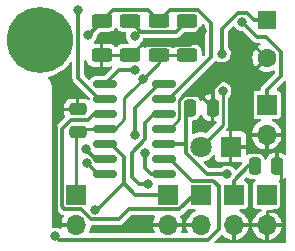
<source format=gbl>
%TF.GenerationSoftware,KiCad,Pcbnew,6.0.6-1.fc35*%
%TF.CreationDate,2022-07-18T21:23:53+02:00*%
%TF.ProjectId,lm324_4ch_therm,6c6d3332-345f-4346-9368-5f746865726d,rev?*%
%TF.SameCoordinates,Original*%
%TF.FileFunction,Copper,L2,Bot*%
%TF.FilePolarity,Positive*%
%FSLAX46Y46*%
G04 Gerber Fmt 4.6, Leading zero omitted, Abs format (unit mm)*
G04 Created by KiCad (PCBNEW 6.0.6-1.fc35) date 2022-07-18 21:23:53*
%MOMM*%
%LPD*%
G01*
G04 APERTURE LIST*
G04 Aperture macros list*
%AMRoundRect*
0 Rectangle with rounded corners*
0 $1 Rounding radius*
0 $2 $3 $4 $5 $6 $7 $8 $9 X,Y pos of 4 corners*
0 Add a 4 corners polygon primitive as box body*
4,1,4,$2,$3,$4,$5,$6,$7,$8,$9,$2,$3,0*
0 Add four circle primitives for the rounded corners*
1,1,$1+$1,$2,$3*
1,1,$1+$1,$4,$5*
1,1,$1+$1,$6,$7*
1,1,$1+$1,$8,$9*
0 Add four rect primitives between the rounded corners*
20,1,$1+$1,$2,$3,$4,$5,0*
20,1,$1+$1,$4,$5,$6,$7,0*
20,1,$1+$1,$6,$7,$8,$9,0*
20,1,$1+$1,$8,$9,$2,$3,0*%
G04 Aperture macros list end*
%TA.AperFunction,ComponentPad*%
%ADD10R,1.700000X1.700000*%
%TD*%
%TA.AperFunction,ComponentPad*%
%ADD11O,1.700000X1.700000*%
%TD*%
%TA.AperFunction,ComponentPad*%
%ADD12R,1.800000X1.800000*%
%TD*%
%TA.AperFunction,ComponentPad*%
%ADD13C,1.800000*%
%TD*%
%TA.AperFunction,ComponentPad*%
%ADD14R,1.600000X1.600000*%
%TD*%
%TA.AperFunction,ComponentPad*%
%ADD15C,1.600000*%
%TD*%
%TA.AperFunction,ComponentPad*%
%ADD16C,5.600000*%
%TD*%
%TA.AperFunction,SMDPad,CuDef*%
%ADD17RoundRect,0.250000X0.475000X-0.250000X0.475000X0.250000X-0.475000X0.250000X-0.475000X-0.250000X0*%
%TD*%
%TA.AperFunction,SMDPad,CuDef*%
%ADD18RoundRect,0.250000X0.250000X0.475000X-0.250000X0.475000X-0.250000X-0.475000X0.250000X-0.475000X0*%
%TD*%
%TA.AperFunction,SMDPad,CuDef*%
%ADD19RoundRect,0.250000X-0.625000X0.312500X-0.625000X-0.312500X0.625000X-0.312500X0.625000X0.312500X0*%
%TD*%
%TA.AperFunction,SMDPad,CuDef*%
%ADD20RoundRect,0.150000X-0.825000X-0.150000X0.825000X-0.150000X0.825000X0.150000X-0.825000X0.150000X0*%
%TD*%
%TA.AperFunction,SMDPad,CuDef*%
%ADD21RoundRect,0.250000X0.625000X-0.312500X0.625000X0.312500X-0.625000X0.312500X-0.625000X-0.312500X0*%
%TD*%
%TA.AperFunction,ViaPad*%
%ADD22C,0.800000*%
%TD*%
%TA.AperFunction,Conductor*%
%ADD23C,0.320000*%
%TD*%
%TA.AperFunction,Conductor*%
%ADD24C,0.250000*%
%TD*%
G04 APERTURE END LIST*
D10*
%TO.P,J1,1,Pin_1*%
%TO.N,Net-(J1-Pad1)*%
X134899000Y-61234000D03*
D11*
%TO.P,J1,2,Pin_2*%
%TO.N,GND*%
X134899000Y-63774000D03*
%TD*%
D12*
%TO.P,D4,1,K*%
%TO.N,GND*%
X131826000Y-57150000D03*
D13*
%TO.P,D4,2,A*%
%TO.N,Net-(D4-Pad2)*%
X129286000Y-57150000D03*
%TD*%
D10*
%TO.P,J2,1,Pin_1*%
%TO.N,+5V*%
X118745000Y-61214000D03*
D11*
%TO.P,J2,2,Pin_2*%
%TO.N,GND*%
X118745000Y-63754000D03*
%TD*%
D14*
%TO.P,BZ1,1,-*%
%TO.N,Net-(Q2-Pad3)*%
X134874000Y-46406000D03*
D15*
%TO.P,BZ1,2,+*%
%TO.N,GND*%
X134874000Y-49606000D03*
%TD*%
D16*
%TO.P,REF2,1*%
%TO.N,N/C*%
X115697000Y-48133000D03*
%TD*%
D10*
%TO.P,J5,1,Pin_1*%
%TO.N,Net-(U1-Pad5)*%
X129311000Y-61234000D03*
D11*
%TO.P,J5,2,Pin_2*%
%TO.N,GND*%
X129311000Y-63774000D03*
%TD*%
D10*
%TO.P,J4,1,Pin_1*%
%TO.N,Net-(U1-Pad3)*%
X126492000Y-61214000D03*
D11*
%TO.P,J4,2,Pin_2*%
%TO.N,GND*%
X126492000Y-63754000D03*
%TD*%
D10*
%TO.P,J3,1,Pin_1*%
%TO.N,Net-(U1-Pad10)*%
X132105000Y-61234000D03*
D11*
%TO.P,J3,2,Pin_2*%
%TO.N,GND*%
X132105000Y-63774000D03*
%TD*%
D10*
%TO.P,J6,1,Pin_1*%
%TO.N,Net-(J6-Pad1)*%
X134874000Y-53594000D03*
D11*
%TO.P,J6,2,Pin_2*%
%TO.N,GND*%
X134874000Y-56134000D03*
%TD*%
D17*
%TO.P,C1,1*%
%TO.N,+5V*%
X118872000Y-55880000D03*
%TO.P,C1,2*%
%TO.N,GND*%
X118872000Y-53980000D03*
%TD*%
D18*
%TO.P,C2,1*%
%TO.N,GND*%
X130302000Y-53848000D03*
%TO.P,C2,2*%
%TO.N,Net-(J1-Pad1)*%
X128402000Y-53848000D03*
%TD*%
D19*
%TO.P,R8,1*%
%TO.N,/ref1*%
X120904000Y-46482000D03*
%TO.P,R8,2*%
%TO.N,GND*%
X120904000Y-49407000D03*
%TD*%
D20*
%TO.P,U1,1*%
%TO.N,Net-(U1-Pad1)*%
X121223000Y-59436000D03*
%TO.P,U1,2,-*%
%TO.N,Net-(U1-Pad2)*%
X121223000Y-58166000D03*
%TO.P,U1,3,+*%
%TO.N,Net-(U1-Pad3)*%
X121223000Y-56896000D03*
%TO.P,U1,4,V+*%
%TO.N,+5V*%
X121223000Y-55626000D03*
%TO.P,U1,5,+*%
%TO.N,Net-(U1-Pad5)*%
X121223000Y-54356000D03*
%TO.P,U1,6,-*%
%TO.N,Net-(U1-Pad6)*%
X121223000Y-53086000D03*
%TO.P,U1,7*%
%TO.N,Net-(U1-Pad7)*%
X121223000Y-51816000D03*
%TO.P,U1,8*%
%TO.N,Net-(U1-Pad8)*%
X126173000Y-51816000D03*
%TO.P,U1,9,-*%
%TO.N,/ref1*%
X126173000Y-53086000D03*
%TO.P,U1,10,+*%
%TO.N,Net-(U1-Pad10)*%
X126173000Y-54356000D03*
%TO.P,U1,11,V-*%
%TO.N,GND*%
X126173000Y-55626000D03*
%TO.P,U1,12,+*%
%TO.N,Net-(J1-Pad1)*%
X126173000Y-56896000D03*
%TO.P,U1,13,-*%
%TO.N,/ref1*%
X126173000Y-58166000D03*
%TO.P,U1,14*%
%TO.N,Net-(U1-Pad14)*%
X126173000Y-59436000D03*
%TD*%
D18*
%TO.P,C3,1*%
%TO.N,GND*%
X135758000Y-58801000D03*
%TO.P,C3,2*%
%TO.N,Net-(U1-Pad10)*%
X133858000Y-58801000D03*
%TD*%
D21*
%TO.P,R1,1*%
%TO.N,+5V*%
X125730000Y-49403000D03*
%TO.P,R1,2*%
%TO.N,/ref1*%
X125730000Y-46478000D03*
%TD*%
%TO.P,R2,1*%
%TO.N,+5V*%
X128143000Y-49407000D03*
%TO.P,R2,2*%
%TO.N,/ref2*%
X128143000Y-46482000D03*
%TD*%
D19*
%TO.P,R3,1*%
%TO.N,/ref2*%
X123317000Y-46482000D03*
%TO.P,R3,2*%
%TO.N,GND*%
X123317000Y-49407000D03*
%TD*%
D22*
%TO.N,Net-(Q2-Pad3)*%
X131081000Y-49259000D03*
%TO.N,GND*%
X129397500Y-47381400D03*
%TO.N,+5V*%
X124425900Y-51421300D03*
%TO.N,Net-(J1-Pad1)*%
X131559500Y-59489400D03*
%TO.N,Net-(U1-Pad10)*%
X124829200Y-60293800D03*
%TO.N,Net-(U1-Pad3)*%
X120306600Y-62500600D03*
%TO.N,Net-(U1-Pad1)*%
X119634600Y-58514600D03*
%TO.N,Net-(U1-Pad7)*%
X123739300Y-50669300D03*
%TO.N,Net-(D4-Pad2)*%
X131140200Y-52425600D03*
%TO.N,Net-(U1-Pad8)*%
X123729000Y-56134000D03*
%TO.N,Net-(U1-Pad14)*%
X124587000Y-57658000D03*
%TO.N,Net-(J6-Pad1)*%
X132824300Y-46585900D03*
%TO.N,/ref1*%
X116996700Y-64736900D03*
X119737600Y-47722700D03*
%TO.N,Net-(U1-Pad2)*%
X119569100Y-57362900D03*
%TO.N,/ref2*%
X123713400Y-47752000D03*
%TO.N,Net-(U1-Pad6)*%
X118944600Y-45610500D03*
%TD*%
D23*
%TO.N,Net-(Q2-Pad3)*%
X133788500Y-46406000D02*
X133191200Y-45808700D01*
X134874000Y-46406000D02*
X133788500Y-46406000D01*
X133191200Y-45808700D02*
X132467400Y-45808700D01*
X131081000Y-47195100D02*
X131081000Y-49259000D01*
X132467400Y-45808700D02*
X131081000Y-47195100D01*
D24*
%TO.N,GND*%
X129196600Y-52742600D02*
X130302000Y-53848000D01*
X127474000Y-54821800D02*
X127474000Y-53186500D01*
X123317000Y-49407000D02*
X120904000Y-49407000D01*
X123317000Y-49407000D02*
X124210000Y-48514000D01*
X127917900Y-52742600D02*
X129196600Y-52742600D01*
X130302000Y-52171600D02*
X132867600Y-49606000D01*
X134874000Y-56134000D02*
X134874000Y-57309300D01*
X134899000Y-62598700D02*
X135707000Y-62598700D01*
X133659100Y-50820900D02*
X134874000Y-49606000D01*
X134899000Y-63774000D02*
X134899000Y-62598700D01*
X133659100Y-54919100D02*
X133659100Y-50820900D01*
X135758000Y-58801000D02*
X135758000Y-58193300D01*
X135707000Y-62598700D02*
X136074400Y-62231300D01*
X130302000Y-53848000D02*
X130302000Y-52171600D01*
X117021800Y-63206100D02*
X117021800Y-55386800D01*
X126669800Y-55626000D02*
X127474000Y-54821800D01*
X128264900Y-48514000D02*
X129397500Y-47381400D01*
X118745000Y-63754000D02*
X117569700Y-63754000D01*
X136074400Y-62231300D02*
X136074400Y-59117400D01*
X127474000Y-53186500D02*
X127917900Y-52742600D01*
X124210000Y-48514000D02*
X128264900Y-48514000D01*
X117569700Y-63754000D02*
X117021800Y-63206100D01*
%TO.N,+5V*%
X122837300Y-52987300D02*
X123466700Y-52357900D01*
X124370700Y-51453900D02*
X124393300Y-51453900D01*
X124076900Y-51747700D02*
X124099500Y-51747700D01*
X123737900Y-52109300D02*
X123737900Y-52086700D01*
X123511900Y-52335300D02*
X123511900Y-52312700D01*
X123715300Y-52131900D02*
X123715300Y-52109300D01*
X123557100Y-52290100D02*
X123557100Y-52267500D01*
X123896100Y-51928500D02*
X123918700Y-51928500D01*
X123760500Y-52086700D02*
X123760500Y-52064100D01*
X123534500Y-52290100D02*
X123557100Y-52290100D01*
X123624900Y-52222300D02*
X123624900Y-52199700D01*
X124167300Y-51679900D02*
X124167300Y-51657300D01*
X123986500Y-51860700D02*
X123986500Y-51838100D01*
X124212500Y-51612100D02*
X124235100Y-51612100D01*
X124257700Y-51589500D02*
X124257700Y-51566900D01*
X123602300Y-52222300D02*
X123624900Y-52222300D01*
X123692700Y-52131900D02*
X123715300Y-52131900D01*
X125730000Y-50094600D02*
X125730000Y-49403000D01*
X124144700Y-51702500D02*
X124144700Y-51679900D01*
X123941300Y-51905900D02*
X123941300Y-51883300D01*
X124257700Y-51566900D02*
X124280300Y-51566900D01*
X124009100Y-51815500D02*
X124031700Y-51815500D01*
X123850900Y-51996300D02*
X123850900Y-51973700D01*
X123850900Y-51973700D02*
X123873500Y-51973700D01*
X123760500Y-52064100D02*
X123783100Y-52064100D01*
X124031700Y-51815500D02*
X124031700Y-51792900D01*
X124099500Y-51725100D02*
X124122100Y-51725100D01*
X123534500Y-52312700D02*
X123534500Y-52290100D01*
X124302900Y-51521700D02*
X124325500Y-51521700D01*
X123963900Y-51883300D02*
X123963900Y-51860700D01*
X124280300Y-51566900D02*
X124280300Y-51544300D01*
X124144700Y-51679900D02*
X124167300Y-51679900D01*
X123602300Y-52244900D02*
X123602300Y-52222300D01*
X123941300Y-51883300D02*
X123963900Y-51883300D01*
X124235100Y-51612100D02*
X124235100Y-51589500D01*
X124189900Y-51657300D02*
X124189900Y-51634700D01*
X123918700Y-51905900D02*
X123941300Y-51905900D01*
X123986500Y-51838100D02*
X124009100Y-51838100D01*
X124235100Y-51589500D02*
X124257700Y-51589500D01*
X123692700Y-52154500D02*
X123692700Y-52131900D01*
X123828300Y-51996300D02*
X123850900Y-51996300D01*
X124325500Y-51521700D02*
X124325500Y-51499100D01*
X124348100Y-51499100D02*
X124348100Y-51476500D01*
X123670100Y-52177100D02*
X123670100Y-52154500D01*
X123579700Y-52244900D02*
X123602300Y-52244900D01*
X124031700Y-51792900D02*
X124054300Y-51792900D01*
X118745000Y-61214000D02*
X118745000Y-56007000D01*
X123624900Y-52199700D02*
X123647500Y-52199700D01*
X123715300Y-52109300D02*
X123737900Y-52109300D01*
X124122100Y-51725100D02*
X124122100Y-51702500D01*
X123896100Y-51951100D02*
X123896100Y-51928500D01*
X123828300Y-52018900D02*
X123828300Y-51996300D01*
X122837300Y-54835700D02*
X122837300Y-52987300D01*
X123783100Y-52041500D02*
X123805700Y-52041500D01*
X124054300Y-51792900D02*
X124054300Y-51770300D01*
X124099500Y-51747700D02*
X124099500Y-51725100D01*
X123489300Y-52335300D02*
X123511900Y-52335300D01*
X124393300Y-51431300D02*
X125730000Y-50094600D01*
X123557100Y-52267500D02*
X123579700Y-52267500D01*
X122047000Y-55626000D02*
X122837300Y-54835700D01*
X124076900Y-51770300D02*
X124076900Y-51747700D01*
X123963900Y-51860700D02*
X123986500Y-51860700D01*
X123783100Y-52064100D02*
X123783100Y-52041500D01*
X123579700Y-52267500D02*
X123579700Y-52244900D01*
X123511900Y-52312700D02*
X123534500Y-52312700D01*
X119126000Y-55626000D02*
X121223000Y-55626000D01*
X123647500Y-52199700D02*
X123647500Y-52177100D01*
X123466700Y-52357900D02*
X123489300Y-52357900D01*
X124122100Y-51702500D02*
X124144700Y-51702500D01*
X123647500Y-52177100D02*
X123670100Y-52177100D01*
X124189900Y-51634700D02*
X124212500Y-51634700D01*
X124167300Y-51657300D02*
X124189900Y-51657300D01*
X124393300Y-51453900D02*
X124425900Y-51421300D01*
X123489300Y-52357900D02*
X123489300Y-52335300D01*
X123805700Y-52018900D02*
X123828300Y-52018900D01*
X124302900Y-51544300D02*
X124302900Y-51521700D01*
X124054300Y-51770300D02*
X124076900Y-51770300D01*
X124009100Y-51838100D02*
X124009100Y-51815500D01*
X123670100Y-52154500D02*
X123692700Y-52154500D01*
X123737900Y-52086700D02*
X123760500Y-52086700D01*
X121223000Y-55626000D02*
X122047000Y-55626000D01*
X124348100Y-51476500D02*
X124370700Y-51476500D01*
X128143000Y-49407000D02*
X125734000Y-49407000D01*
X123918700Y-51928500D02*
X123918700Y-51905900D01*
X123873500Y-51951100D02*
X123896100Y-51951100D01*
X124325500Y-51499100D02*
X124348100Y-51499100D01*
X124370700Y-51476500D02*
X124370700Y-51453900D01*
X123805700Y-52041500D02*
X123805700Y-52018900D01*
X123873500Y-51973700D02*
X123873500Y-51951100D01*
X124280300Y-51544300D02*
X124302900Y-51544300D01*
X124393300Y-51453900D02*
X124393300Y-51431300D01*
X124212500Y-51634700D02*
X124212500Y-51612100D01*
D23*
%TO.N,Net-(J1-Pad1)*%
X126173000Y-56896000D02*
X128025700Y-56896000D01*
X128402000Y-53848000D02*
X128025700Y-54224300D01*
X128025700Y-57677900D02*
X129837100Y-59489300D01*
X129837100Y-59489300D02*
X131559500Y-59489300D01*
X131559500Y-59489300D02*
X131559500Y-59489400D01*
X128025700Y-56896000D02*
X128025700Y-57677900D01*
X128025700Y-54224300D02*
X128025700Y-56896000D01*
%TO.N,Net-(U1-Pad10)*%
X123444000Y-57658000D02*
X123444000Y-59690000D01*
X124587000Y-56515000D02*
X123444000Y-57658000D01*
X125349000Y-54356000D02*
X124587000Y-55118000D01*
X133327700Y-58801000D02*
X133858000Y-58801000D01*
X124587000Y-55118000D02*
X124587000Y-56515000D01*
X132105000Y-60023700D02*
X133327700Y-58801000D01*
X124047800Y-60293800D02*
X124829200Y-60293800D01*
X126173000Y-54356000D02*
X125349000Y-54356000D01*
X123444000Y-59690000D02*
X124047800Y-60293800D01*
X132105000Y-60758900D02*
X132105000Y-60023700D01*
%TO.N,Net-(U1-Pad3)*%
X120493000Y-62500600D02*
X120306600Y-62500600D01*
X123767800Y-61214000D02*
X122773700Y-60219900D01*
X126492000Y-61214000D02*
X123767800Y-61214000D01*
X122773700Y-60219900D02*
X120493000Y-62500600D01*
X121668500Y-56896000D02*
X122773700Y-58001200D01*
X122773700Y-58001200D02*
X122773700Y-60219900D01*
%TO.N,Net-(U1-Pad5)*%
X117515300Y-62204300D02*
X117515300Y-55629700D01*
X118270200Y-54874800D02*
X119750200Y-54874800D01*
X120013200Y-63296400D02*
X119141200Y-62424400D01*
X123190000Y-62444300D02*
X122337900Y-63296400D01*
X127495600Y-62444300D02*
X123190000Y-62444300D01*
X119141200Y-62424400D02*
X117735400Y-62424400D01*
X122337900Y-63296400D02*
X120013200Y-63296400D01*
X119750200Y-54874800D02*
X120269000Y-54356000D01*
X117515300Y-55629700D02*
X118270200Y-54874800D01*
X128705900Y-61234000D02*
X127495600Y-62444300D01*
X129311000Y-61234000D02*
X128705900Y-61234000D01*
X120269000Y-54356000D02*
X121223000Y-54356000D01*
X117735400Y-62424400D02*
X117515300Y-62204300D01*
%TO.N,Net-(U1-Pad1)*%
X120556000Y-59436000D02*
X119634600Y-58514600D01*
%TO.N,Net-(U1-Pad7)*%
X122369700Y-50669300D02*
X123739300Y-50669300D01*
X121223000Y-51816000D02*
X122369700Y-50669300D01*
D24*
%TO.N,Net-(D4-Pad2)*%
X131140200Y-52425600D02*
X131140200Y-55295800D01*
X131140200Y-55295800D02*
X129286000Y-57150000D01*
D23*
%TO.N,Net-(U1-Pad8)*%
X125742600Y-51816000D02*
X123729000Y-53829600D01*
X123729000Y-53829600D02*
X123729000Y-56134000D01*
%TO.N,Net-(U1-Pad14)*%
X126173000Y-59436000D02*
X125095000Y-59436000D01*
X124587000Y-58928000D02*
X124587000Y-57658000D01*
X125095000Y-59436000D02*
X124587000Y-58928000D01*
%TO.N,Net-(J6-Pad1)*%
X134816600Y-47847700D02*
X134086100Y-47847700D01*
X134874000Y-53594000D02*
X134874000Y-52383700D01*
X134874000Y-52383700D02*
X136070200Y-51187500D01*
X136070200Y-49101300D02*
X134816600Y-47847700D01*
X134086100Y-47847700D02*
X132824300Y-46585900D01*
X136070200Y-51187500D02*
X136070200Y-49101300D01*
%TO.N,/ref1*%
X129890900Y-65002000D02*
X117261800Y-65002000D01*
X130810000Y-64082900D02*
X129890900Y-65002000D01*
X117261800Y-65002000D02*
X116996700Y-64736900D01*
X120904000Y-46556300D02*
X119737600Y-47722700D01*
X130810000Y-60452000D02*
X130810000Y-64082900D01*
X121842100Y-45543900D02*
X120904000Y-46482000D01*
X124795900Y-45543900D02*
X121842100Y-45543900D01*
X130158600Y-49528900D02*
X126601500Y-53086000D01*
X128519500Y-60009700D02*
X130367700Y-60009700D01*
X129065200Y-45543900D02*
X130158600Y-46637300D01*
X125730000Y-46478000D02*
X126664100Y-45543900D01*
X125730000Y-46478000D02*
X124795900Y-45543900D01*
X130158600Y-46637300D02*
X130158600Y-49528900D01*
X130367700Y-60009700D02*
X130810000Y-60452000D01*
X126664100Y-45543900D02*
X129065200Y-45543900D01*
X126675800Y-58166000D02*
X128519500Y-60009700D01*
%TO.N,Net-(U1-Pad2)*%
X121223000Y-58166000D02*
X120372200Y-58166000D01*
X120372200Y-58166000D02*
X119569100Y-57362900D01*
%TO.N,/ref2*%
X127221300Y-47403700D02*
X124238700Y-47403700D01*
X124238700Y-47403700D02*
X124150200Y-47315200D01*
X124150200Y-47315200D02*
X123317000Y-46482000D01*
X124150200Y-47315200D02*
X123713400Y-47752000D01*
X128143000Y-46482000D02*
X127221300Y-47403700D01*
%TO.N,Net-(U1-Pad6)*%
X120698400Y-53086000D02*
X118944600Y-51332200D01*
X118944600Y-51332200D02*
X118944600Y-45610500D01*
%TD*%
%TA.AperFunction,Conductor*%
%TO.N,GND*%
G36*
X133214409Y-59732990D02*
G01*
X133229729Y-59742657D01*
X133305159Y-59800536D01*
X133451238Y-59861044D01*
X133568639Y-59876500D01*
X133575117Y-59876500D01*
X133861048Y-59876499D01*
X133919236Y-59895406D01*
X133955200Y-59944906D01*
X133955201Y-60006091D01*
X133919237Y-60055591D01*
X133904678Y-60064366D01*
X133842145Y-60095068D01*
X133759707Y-60177650D01*
X133708464Y-60282482D01*
X133707355Y-60290084D01*
X133707354Y-60290087D01*
X133699024Y-60347192D01*
X133698500Y-60350782D01*
X133698500Y-62117218D01*
X133699028Y-62120801D01*
X133699028Y-62120808D01*
X133707435Y-62177913D01*
X133708642Y-62186112D01*
X133760068Y-62290855D01*
X133842650Y-62373293D01*
X133947482Y-62424536D01*
X133955084Y-62425645D01*
X133955087Y-62425646D01*
X134012237Y-62433983D01*
X134012239Y-62433983D01*
X134015782Y-62434500D01*
X134367256Y-62434500D01*
X134425447Y-62453407D01*
X134461411Y-62502907D01*
X134461411Y-62564093D01*
X134425447Y-62613593D01*
X134409095Y-62623224D01*
X134275538Y-62685503D01*
X134268068Y-62689815D01*
X134095987Y-62810308D01*
X134089392Y-62815841D01*
X133940841Y-62964392D01*
X133935308Y-62970987D01*
X133814815Y-63143068D01*
X133810503Y-63150538D01*
X133721725Y-63340922D01*
X133718779Y-63349015D01*
X133664405Y-63551944D01*
X133662912Y-63560412D01*
X133658715Y-63608379D01*
X133661715Y-63621377D01*
X133663943Y-63623313D01*
X133667318Y-63624000D01*
X136124972Y-63624000D01*
X136137657Y-63619878D01*
X136139393Y-63617489D01*
X136139783Y-63614068D01*
X136135088Y-63560412D01*
X136133595Y-63551944D01*
X136079221Y-63349015D01*
X136076275Y-63340922D01*
X135987497Y-63150538D01*
X135983185Y-63143068D01*
X135862692Y-62970987D01*
X135857159Y-62964392D01*
X135708608Y-62815841D01*
X135702013Y-62810308D01*
X135529933Y-62689815D01*
X135522463Y-62685503D01*
X135388906Y-62623224D01*
X135344158Y-62581496D01*
X135332483Y-62521435D01*
X135358341Y-62465982D01*
X135411855Y-62436319D01*
X135430745Y-62434500D01*
X135782218Y-62434500D01*
X135785801Y-62433972D01*
X135785808Y-62433972D01*
X135843499Y-62425479D01*
X135843501Y-62425478D01*
X135851112Y-62424358D01*
X135955855Y-62372932D01*
X136038293Y-62290350D01*
X136089536Y-62185518D01*
X136090645Y-62177916D01*
X136090646Y-62177913D01*
X136098983Y-62120763D01*
X136098983Y-62120761D01*
X136099500Y-62117218D01*
X136099500Y-60350782D01*
X136096028Y-60327192D01*
X136090479Y-60289501D01*
X136090478Y-60289499D01*
X136089358Y-60281888D01*
X136037932Y-60177145D01*
X135955708Y-60095064D01*
X135927883Y-60040572D01*
X135937402Y-59980132D01*
X135980629Y-59936830D01*
X136025651Y-59926000D01*
X136071692Y-59926000D01*
X136075584Y-59925847D01*
X136105449Y-59923497D01*
X136115349Y-59921689D01*
X136262216Y-59879020D01*
X136273561Y-59874110D01*
X136406105Y-59795724D01*
X136465817Y-59782376D01*
X136521970Y-59806676D01*
X136553116Y-59859341D01*
X136555500Y-59880937D01*
X136555500Y-65209500D01*
X136536593Y-65267691D01*
X136487093Y-65303655D01*
X136456500Y-65308500D01*
X130545364Y-65308500D01*
X130487173Y-65289593D01*
X130451209Y-65240093D01*
X130451209Y-65178907D01*
X130475360Y-65139496D01*
X131019041Y-64595816D01*
X131073558Y-64568039D01*
X131133990Y-64577610D01*
X131159049Y-64595816D01*
X131295392Y-64732159D01*
X131301987Y-64737692D01*
X131474067Y-64858185D01*
X131481537Y-64862497D01*
X131671922Y-64951275D01*
X131680015Y-64954221D01*
X131882944Y-65008595D01*
X131891412Y-65010088D01*
X131939379Y-65014285D01*
X131952377Y-65011285D01*
X131954313Y-65009057D01*
X131955000Y-65005682D01*
X131955000Y-64999972D01*
X132255000Y-64999972D01*
X132259122Y-65012657D01*
X132261511Y-65014393D01*
X132264932Y-65014783D01*
X132318588Y-65010088D01*
X132327056Y-65008595D01*
X132529985Y-64954221D01*
X132538078Y-64951275D01*
X132728463Y-64862497D01*
X132735933Y-64858185D01*
X132908013Y-64737692D01*
X132914608Y-64732159D01*
X133063159Y-64583608D01*
X133068692Y-64577013D01*
X133189185Y-64404932D01*
X133193497Y-64397462D01*
X133282275Y-64207078D01*
X133285221Y-64198985D01*
X133339595Y-63996056D01*
X133341088Y-63987588D01*
X133345285Y-63939621D01*
X133343972Y-63933932D01*
X133658217Y-63933932D01*
X133662912Y-63987588D01*
X133664405Y-63996056D01*
X133718779Y-64198985D01*
X133721725Y-64207078D01*
X133810503Y-64397462D01*
X133814815Y-64404932D01*
X133935308Y-64577013D01*
X133940841Y-64583608D01*
X134089392Y-64732159D01*
X134095987Y-64737692D01*
X134268067Y-64858185D01*
X134275537Y-64862497D01*
X134465922Y-64951275D01*
X134474015Y-64954221D01*
X134676944Y-65008595D01*
X134685412Y-65010088D01*
X134733379Y-65014285D01*
X134746377Y-65011285D01*
X134748313Y-65009057D01*
X134749000Y-65005682D01*
X134749000Y-64999972D01*
X135049000Y-64999972D01*
X135053122Y-65012657D01*
X135055511Y-65014393D01*
X135058932Y-65014783D01*
X135112588Y-65010088D01*
X135121056Y-65008595D01*
X135323985Y-64954221D01*
X135332078Y-64951275D01*
X135522463Y-64862497D01*
X135529933Y-64858185D01*
X135702013Y-64737692D01*
X135708608Y-64732159D01*
X135857159Y-64583608D01*
X135862692Y-64577013D01*
X135983185Y-64404932D01*
X135987497Y-64397462D01*
X136076275Y-64207078D01*
X136079221Y-64198985D01*
X136133595Y-63996056D01*
X136135088Y-63987588D01*
X136139285Y-63939621D01*
X136136285Y-63926623D01*
X136134057Y-63924687D01*
X136130682Y-63924000D01*
X135064680Y-63924000D01*
X135051995Y-63928122D01*
X135049000Y-63932243D01*
X135049000Y-64999972D01*
X134749000Y-64999972D01*
X134749000Y-63939680D01*
X134744878Y-63926995D01*
X134740757Y-63924000D01*
X133673028Y-63924000D01*
X133660343Y-63928122D01*
X133658607Y-63930511D01*
X133658217Y-63933932D01*
X133343972Y-63933932D01*
X133342285Y-63926623D01*
X133340057Y-63924687D01*
X133336682Y-63924000D01*
X132270680Y-63924000D01*
X132257995Y-63928122D01*
X132255000Y-63932243D01*
X132255000Y-64999972D01*
X131955000Y-64999972D01*
X131955000Y-63723000D01*
X131973907Y-63664809D01*
X132023407Y-63628845D01*
X132054000Y-63624000D01*
X133330972Y-63624000D01*
X133343657Y-63619878D01*
X133345393Y-63617489D01*
X133345783Y-63614068D01*
X133341088Y-63560412D01*
X133339595Y-63551944D01*
X133285221Y-63349015D01*
X133282275Y-63340922D01*
X133193497Y-63150538D01*
X133189185Y-63143068D01*
X133068692Y-62970987D01*
X133063159Y-62964392D01*
X132914608Y-62815841D01*
X132908013Y-62810308D01*
X132735933Y-62689815D01*
X132728463Y-62685503D01*
X132594906Y-62623224D01*
X132550158Y-62581496D01*
X132538483Y-62521435D01*
X132564341Y-62465982D01*
X132617855Y-62436319D01*
X132636745Y-62434500D01*
X132988218Y-62434500D01*
X132991801Y-62433972D01*
X132991808Y-62433972D01*
X133049499Y-62425479D01*
X133049501Y-62425478D01*
X133057112Y-62424358D01*
X133161855Y-62372932D01*
X133244293Y-62290350D01*
X133295536Y-62185518D01*
X133296645Y-62177916D01*
X133296646Y-62177913D01*
X133304983Y-62120763D01*
X133304983Y-62120761D01*
X133305500Y-62117218D01*
X133305500Y-60350782D01*
X133302028Y-60327192D01*
X133296479Y-60289501D01*
X133296478Y-60289499D01*
X133295358Y-60281888D01*
X133243932Y-60177145D01*
X133161350Y-60094707D01*
X133056518Y-60043464D01*
X133034137Y-60040199D01*
X132979285Y-60013090D01*
X132950843Y-59958917D01*
X132959676Y-59898372D01*
X132978424Y-59872232D01*
X133099460Y-59751196D01*
X133153977Y-59723419D01*
X133214409Y-59732990D01*
G37*
%TD.AperFunction*%
%TA.AperFunction,Conductor*%
G36*
X128340928Y-62415467D02*
G01*
X128349678Y-62419744D01*
X128359482Y-62424536D01*
X128396051Y-62429871D01*
X128424237Y-62433983D01*
X128424239Y-62433983D01*
X128427782Y-62434500D01*
X128779256Y-62434500D01*
X128837447Y-62453407D01*
X128873411Y-62502907D01*
X128873411Y-62564093D01*
X128837447Y-62613593D01*
X128821095Y-62623224D01*
X128687538Y-62685503D01*
X128680068Y-62689815D01*
X128507987Y-62810308D01*
X128501392Y-62815841D01*
X128352841Y-62964392D01*
X128347308Y-62970987D01*
X128226815Y-63143068D01*
X128222503Y-63150538D01*
X128133725Y-63340922D01*
X128130779Y-63349015D01*
X128076405Y-63551944D01*
X128074912Y-63560412D01*
X128070715Y-63608379D01*
X128073715Y-63621377D01*
X128075943Y-63623313D01*
X128079318Y-63624000D01*
X129362000Y-63624000D01*
X129420191Y-63642907D01*
X129456155Y-63692407D01*
X129461000Y-63723000D01*
X129461000Y-63825000D01*
X129442093Y-63883191D01*
X129392593Y-63919155D01*
X129362000Y-63924000D01*
X128085028Y-63924000D01*
X128072343Y-63928122D01*
X128070607Y-63930511D01*
X128070217Y-63933932D01*
X128074912Y-63987588D01*
X128076405Y-63996056D01*
X128130779Y-64198985D01*
X128133725Y-64207078D01*
X128200679Y-64350661D01*
X128208136Y-64411390D01*
X128178473Y-64464904D01*
X128123020Y-64490762D01*
X128110955Y-64491500D01*
X127682719Y-64491500D01*
X127624528Y-64472593D01*
X127588564Y-64423093D01*
X127588564Y-64361907D01*
X127592995Y-64350661D01*
X127669275Y-64187078D01*
X127672221Y-64178985D01*
X127726595Y-63976056D01*
X127728088Y-63967588D01*
X127732285Y-63919621D01*
X127729285Y-63906623D01*
X127727057Y-63904687D01*
X127723682Y-63904000D01*
X125266028Y-63904000D01*
X125253343Y-63908122D01*
X125251607Y-63910511D01*
X125251217Y-63913932D01*
X125255912Y-63967588D01*
X125257405Y-63976056D01*
X125311779Y-64178985D01*
X125314725Y-64187078D01*
X125391005Y-64350661D01*
X125398462Y-64411390D01*
X125368799Y-64464904D01*
X125313346Y-64490762D01*
X125301281Y-64491500D01*
X119935719Y-64491500D01*
X119877528Y-64472593D01*
X119841564Y-64423093D01*
X119841564Y-64361907D01*
X119845995Y-64350661D01*
X119922275Y-64187078D01*
X119925221Y-64178985D01*
X119979595Y-63976056D01*
X119981088Y-63967588D01*
X119987241Y-63897271D01*
X120011148Y-63840949D01*
X120063595Y-63809437D01*
X120085864Y-63806900D01*
X122269616Y-63806900D01*
X122283038Y-63808400D01*
X122289660Y-63808933D01*
X122296538Y-63810489D01*
X122351329Y-63807090D01*
X122357459Y-63806900D01*
X122374560Y-63806900D01*
X122378051Y-63806400D01*
X122378053Y-63806400D01*
X122380801Y-63806006D01*
X122386040Y-63805256D01*
X122393933Y-63804447D01*
X122412037Y-63803324D01*
X122435446Y-63801872D01*
X122435447Y-63801872D01*
X122442487Y-63801435D01*
X122452510Y-63797816D01*
X122472101Y-63792931D01*
X122472911Y-63792815D01*
X122482654Y-63791420D01*
X122489072Y-63788502D01*
X122489075Y-63788501D01*
X122526935Y-63771287D01*
X122534294Y-63768291D01*
X122537161Y-63767256D01*
X122580030Y-63751780D01*
X122585726Y-63747619D01*
X122585731Y-63747616D01*
X122588638Y-63745492D01*
X122606063Y-63735309D01*
X122609351Y-63733814D01*
X122609352Y-63733814D01*
X122615771Y-63730895D01*
X122624934Y-63723000D01*
X122652616Y-63699147D01*
X122658840Y-63694206D01*
X122667666Y-63687758D01*
X122667667Y-63687757D01*
X122670754Y-63685502D01*
X122682503Y-63673753D01*
X122687884Y-63668758D01*
X122721206Y-63640046D01*
X122721207Y-63640045D01*
X122726550Y-63635441D01*
X122730385Y-63629524D01*
X122730387Y-63629522D01*
X122731430Y-63627912D01*
X122744502Y-63611754D01*
X123372460Y-62983796D01*
X123426977Y-62956019D01*
X123442464Y-62954800D01*
X125335461Y-62954800D01*
X125393652Y-62973707D01*
X125429616Y-63023207D01*
X125429616Y-63084393D01*
X125416556Y-63110585D01*
X125407816Y-63123066D01*
X125403503Y-63130538D01*
X125314725Y-63320922D01*
X125311779Y-63329015D01*
X125257405Y-63531944D01*
X125255912Y-63540412D01*
X125251715Y-63588379D01*
X125254715Y-63601377D01*
X125256943Y-63603313D01*
X125260318Y-63604000D01*
X127717972Y-63604000D01*
X127730657Y-63599878D01*
X127732393Y-63597489D01*
X127732783Y-63594068D01*
X127728088Y-63540412D01*
X127726595Y-63531944D01*
X127672221Y-63329015D01*
X127669275Y-63320922D01*
X127580497Y-63130538D01*
X127576185Y-63123068D01*
X127558128Y-63097280D01*
X127540239Y-63038768D01*
X127560159Y-62980916D01*
X127605599Y-62947381D01*
X127610210Y-62945716D01*
X127629801Y-62940831D01*
X127640354Y-62939320D01*
X127646772Y-62936402D01*
X127646775Y-62936401D01*
X127684635Y-62919187D01*
X127691994Y-62916191D01*
X127696351Y-62914618D01*
X127737730Y-62899680D01*
X127743426Y-62895519D01*
X127743431Y-62895516D01*
X127746338Y-62893392D01*
X127763763Y-62883209D01*
X127767051Y-62881714D01*
X127767052Y-62881714D01*
X127773471Y-62878795D01*
X127780710Y-62872558D01*
X127810316Y-62847047D01*
X127816540Y-62842106D01*
X127825366Y-62835658D01*
X127825367Y-62835657D01*
X127828454Y-62833402D01*
X127840203Y-62821653D01*
X127845584Y-62816658D01*
X127878906Y-62787946D01*
X127878907Y-62787945D01*
X127884250Y-62783341D01*
X127888085Y-62777424D01*
X127888087Y-62777422D01*
X127889130Y-62775812D01*
X127902202Y-62759654D01*
X128227449Y-62434407D01*
X128281966Y-62406630D01*
X128340928Y-62415467D01*
G37*
%TD.AperFunction*%
%TA.AperFunction,Conductor*%
G36*
X118367004Y-49937594D02*
G01*
X118415997Y-49974245D01*
X118434100Y-50031312D01*
X118434100Y-51263916D01*
X118432600Y-51277338D01*
X118432067Y-51283960D01*
X118430511Y-51290838D01*
X118431363Y-51304568D01*
X118433910Y-51345629D01*
X118434100Y-51351759D01*
X118434100Y-51368860D01*
X118434600Y-51372351D01*
X118434600Y-51372353D01*
X118435743Y-51380332D01*
X118436553Y-51388236D01*
X118438721Y-51423176D01*
X118439565Y-51436787D01*
X118441961Y-51443423D01*
X118443184Y-51446811D01*
X118448069Y-51466401D01*
X118449580Y-51476954D01*
X118452498Y-51483372D01*
X118452499Y-51483375D01*
X118469713Y-51521235D01*
X118472709Y-51528593D01*
X118489220Y-51574330D01*
X118493381Y-51580026D01*
X118493384Y-51580031D01*
X118495508Y-51582938D01*
X118505691Y-51600363D01*
X118510105Y-51610071D01*
X118514705Y-51615410D01*
X118514706Y-51615411D01*
X118541853Y-51646916D01*
X118546794Y-51653140D01*
X118552224Y-51660573D01*
X118555498Y-51665054D01*
X118567247Y-51676803D01*
X118572242Y-51682184D01*
X118586602Y-51698849D01*
X118605559Y-51720850D01*
X118611476Y-51724685D01*
X118611478Y-51724687D01*
X118613088Y-51725730D01*
X118629246Y-51738802D01*
X119868504Y-52978060D01*
X119896281Y-53032577D01*
X119897500Y-53048064D01*
X119897500Y-53126838D01*
X119878593Y-53185029D01*
X119829093Y-53220993D01*
X119767907Y-53220993D01*
X119748105Y-53212051D01*
X119612561Y-53131890D01*
X119601216Y-53126980D01*
X119454349Y-53084311D01*
X119444449Y-53082503D01*
X119414584Y-53080153D01*
X119410692Y-53080000D01*
X119037680Y-53080000D01*
X119024995Y-53084122D01*
X119022000Y-53088243D01*
X119022000Y-54031000D01*
X119003093Y-54089191D01*
X118953593Y-54125155D01*
X118923000Y-54130000D01*
X117762680Y-54130000D01*
X117749995Y-54134122D01*
X117747000Y-54138243D01*
X117747000Y-54293692D01*
X117747153Y-54297584D01*
X117749503Y-54327449D01*
X117751311Y-54337349D01*
X117793980Y-54484216D01*
X117798888Y-54495557D01*
X117807587Y-54510266D01*
X117820935Y-54569978D01*
X117796636Y-54626131D01*
X117792378Y-54630666D01*
X117202603Y-55220441D01*
X117192079Y-55228849D01*
X117187001Y-55233171D01*
X117181032Y-55236937D01*
X117176360Y-55242227D01*
X117144705Y-55278069D01*
X117140506Y-55282538D01*
X117128399Y-55294645D01*
X117126288Y-55297462D01*
X117121445Y-55303924D01*
X117116426Y-55310088D01*
X117099321Y-55329456D01*
X117084232Y-55346541D01*
X117081237Y-55352920D01*
X117081236Y-55352922D01*
X117079701Y-55356193D01*
X117069305Y-55373493D01*
X117062911Y-55382025D01*
X117060435Y-55388631D01*
X117060434Y-55388632D01*
X117045841Y-55427560D01*
X117042756Y-55434883D01*
X117025083Y-55472524D01*
X117025082Y-55472528D01*
X117022086Y-55478909D01*
X117021001Y-55485878D01*
X117020445Y-55489449D01*
X117015326Y-55508960D01*
X117011581Y-55518950D01*
X117009882Y-55541819D01*
X117007978Y-55567447D01*
X117007074Y-55575326D01*
X117004800Y-55589926D01*
X117004800Y-55606532D01*
X117004528Y-55613868D01*
X117000745Y-55664779D01*
X117002217Y-55671674D01*
X117002217Y-55671676D01*
X117002619Y-55673558D01*
X117004800Y-55694225D01*
X117004800Y-62136016D01*
X117003300Y-62149438D01*
X117002767Y-62156060D01*
X117001211Y-62162938D01*
X117002612Y-62185518D01*
X117004610Y-62217729D01*
X117004800Y-62223859D01*
X117004800Y-62240960D01*
X117005300Y-62244451D01*
X117005300Y-62244453D01*
X117006443Y-62252432D01*
X117007253Y-62260333D01*
X117010265Y-62308887D01*
X117012661Y-62315523D01*
X117013884Y-62318911D01*
X117018769Y-62338501D01*
X117020280Y-62349054D01*
X117023198Y-62355472D01*
X117023199Y-62355475D01*
X117040413Y-62393335D01*
X117043409Y-62400693D01*
X117059920Y-62446430D01*
X117064081Y-62452126D01*
X117064084Y-62452131D01*
X117066208Y-62455038D01*
X117076391Y-62472463D01*
X117080805Y-62482171D01*
X117085405Y-62487510D01*
X117085406Y-62487511D01*
X117112553Y-62519016D01*
X117117494Y-62525240D01*
X117123942Y-62534066D01*
X117126198Y-62537154D01*
X117137947Y-62548903D01*
X117142942Y-62554284D01*
X117166390Y-62581496D01*
X117176259Y-62592950D01*
X117182176Y-62596785D01*
X117182178Y-62596787D01*
X117183788Y-62597830D01*
X117199946Y-62610902D01*
X117326141Y-62737097D01*
X117334549Y-62747621D01*
X117338871Y-62752699D01*
X117342637Y-62758668D01*
X117347927Y-62763340D01*
X117383769Y-62794995D01*
X117388238Y-62799194D01*
X117400344Y-62811300D01*
X117403159Y-62813410D01*
X117403172Y-62813421D01*
X117409625Y-62818257D01*
X117415786Y-62823272D01*
X117452241Y-62855468D01*
X117458623Y-62858464D01*
X117458627Y-62858467D01*
X117461896Y-62860002D01*
X117479189Y-62870393D01*
X117482078Y-62872558D01*
X117482085Y-62872562D01*
X117487724Y-62876788D01*
X117532015Y-62893392D01*
X117533266Y-62893861D01*
X117540586Y-62896946D01*
X117578227Y-62914618D01*
X117578229Y-62914619D01*
X117584609Y-62917614D01*
X117595151Y-62919256D01*
X117614660Y-62924374D01*
X117624650Y-62928119D01*
X117630425Y-62928548D01*
X117682697Y-62959216D01*
X117707193Y-63015284D01*
X117694054Y-63075042D01*
X117689761Y-63081729D01*
X117660815Y-63123068D01*
X117656503Y-63130538D01*
X117567725Y-63320922D01*
X117564779Y-63329015D01*
X117510405Y-63531944D01*
X117508912Y-63540412D01*
X117504715Y-63588379D01*
X117507715Y-63601377D01*
X117509943Y-63603313D01*
X117513318Y-63604000D01*
X118796000Y-63604000D01*
X118854191Y-63622907D01*
X118890155Y-63672407D01*
X118895000Y-63703000D01*
X118895000Y-63805000D01*
X118876093Y-63863191D01*
X118826593Y-63899155D01*
X118796000Y-63904000D01*
X117519028Y-63904000D01*
X117506343Y-63908122D01*
X117504607Y-63910511D01*
X117504217Y-63913932D01*
X117508911Y-63967586D01*
X117510725Y-63977872D01*
X117502209Y-64038462D01*
X117459705Y-64082474D01*
X117399449Y-64093097D01*
X117360183Y-64078650D01*
X117332454Y-64061053D01*
X117332448Y-64061050D01*
X117327779Y-64058087D01*
X117213428Y-64017368D01*
X117174372Y-64003461D01*
X117174370Y-64003461D01*
X117169162Y-64001606D01*
X117163673Y-64000951D01*
X117163671Y-64000951D01*
X117007469Y-63982324D01*
X117007466Y-63982324D01*
X117001973Y-63981669D01*
X116834521Y-63999269D01*
X116813403Y-64006458D01*
X116752226Y-64007313D01*
X116702228Y-63972044D01*
X116682500Y-63912740D01*
X116682500Y-53814320D01*
X117747000Y-53814320D01*
X117751122Y-53827005D01*
X117755243Y-53830000D01*
X118706320Y-53830000D01*
X118719005Y-53825878D01*
X118722000Y-53821757D01*
X118722000Y-53095680D01*
X118717878Y-53082995D01*
X118713757Y-53080000D01*
X118333308Y-53080000D01*
X118329416Y-53080153D01*
X118299551Y-53082503D01*
X118289651Y-53084311D01*
X118142784Y-53126980D01*
X118131439Y-53131890D01*
X118000809Y-53209144D01*
X117991040Y-53216721D01*
X117883721Y-53324040D01*
X117876144Y-53333809D01*
X117798890Y-53464439D01*
X117793980Y-53475784D01*
X117751311Y-53622651D01*
X117749503Y-53632551D01*
X117747153Y-53662416D01*
X117747000Y-53666308D01*
X117747000Y-53814320D01*
X116682500Y-53814320D01*
X116682500Y-52378001D01*
X116682999Y-52368074D01*
X116683095Y-52367120D01*
X116685080Y-52359584D01*
X116684639Y-52351806D01*
X116684704Y-52351160D01*
X116684617Y-52345273D01*
X116685158Y-52325412D01*
X116689535Y-52164625D01*
X116666347Y-51971065D01*
X116665396Y-51967569D01*
X116616114Y-51786457D01*
X116616112Y-51786452D01*
X116615162Y-51782960D01*
X116613632Y-51779459D01*
X116593990Y-51734530D01*
X116537075Y-51604337D01*
X116511613Y-51563595D01*
X116435681Y-51442097D01*
X116435679Y-51442095D01*
X116433759Y-51439022D01*
X116430487Y-51435176D01*
X116402354Y-51402115D01*
X116367485Y-51361137D01*
X116344175Y-51304568D01*
X116358567Y-51245099D01*
X116405166Y-51205448D01*
X116417590Y-51201267D01*
X116557573Y-51164282D01*
X116669433Y-51134728D01*
X116669441Y-51134725D01*
X116672092Y-51134025D01*
X116706333Y-51120744D01*
X116767306Y-51097094D01*
X117000536Y-51006630D01*
X117312733Y-50843417D01*
X117604791Y-50646421D01*
X117606904Y-50644623D01*
X117870966Y-50419889D01*
X117870970Y-50419886D01*
X117873070Y-50418098D01*
X118114226Y-50161293D01*
X118255830Y-49972007D01*
X118305825Y-49936739D01*
X118367004Y-49937594D01*
G37*
%TD.AperFunction*%
%TA.AperFunction,Conductor*%
G36*
X132148026Y-46946773D02*
G01*
X132187762Y-46983699D01*
X132213399Y-47026030D01*
X132225924Y-47046712D01*
X132342886Y-47167829D01*
X132347521Y-47170862D01*
X132432905Y-47226736D01*
X132483775Y-47260025D01*
X132488962Y-47261954D01*
X132636396Y-47316784D01*
X132636398Y-47316784D01*
X132641589Y-47318715D01*
X132647081Y-47319448D01*
X132647082Y-47319448D01*
X132802996Y-47340251D01*
X132802997Y-47340251D01*
X132808483Y-47340983D01*
X132813997Y-47340481D01*
X132818052Y-47340566D01*
X132875834Y-47360687D01*
X132885984Y-47369540D01*
X133676841Y-48160397D01*
X133685249Y-48170921D01*
X133689571Y-48175999D01*
X133693337Y-48181968D01*
X133698627Y-48186640D01*
X133734469Y-48218295D01*
X133738938Y-48222494D01*
X133751045Y-48234601D01*
X133753862Y-48236712D01*
X133760324Y-48241555D01*
X133766488Y-48246574D01*
X133797324Y-48273807D01*
X133802941Y-48278768D01*
X133809320Y-48281763D01*
X133809322Y-48281764D01*
X133810921Y-48282514D01*
X133812595Y-48283300D01*
X133829893Y-48293695D01*
X133838425Y-48300089D01*
X133845031Y-48302565D01*
X133845032Y-48302566D01*
X133883960Y-48317159D01*
X133891283Y-48320244D01*
X133928924Y-48337917D01*
X133928928Y-48337918D01*
X133935309Y-48340914D01*
X133945851Y-48342556D01*
X133965360Y-48347674D01*
X133968747Y-48348944D01*
X133968749Y-48348944D01*
X133975350Y-48351419D01*
X134023857Y-48355023D01*
X134031726Y-48355926D01*
X134046326Y-48358200D01*
X134062932Y-48358200D01*
X134070269Y-48358472D01*
X134121179Y-48362255D01*
X134128074Y-48360783D01*
X134128076Y-48360783D01*
X134129958Y-48360381D01*
X134150625Y-48358200D01*
X134264174Y-48358200D01*
X134322365Y-48377107D01*
X134358329Y-48426607D01*
X134358329Y-48487793D01*
X134322365Y-48537293D01*
X134314792Y-48542281D01*
X134169538Y-48628698D01*
X134162224Y-48634012D01*
X134148397Y-48646139D01*
X134141578Y-48657601D01*
X134141902Y-48661118D01*
X134143271Y-48663139D01*
X135016128Y-49535996D01*
X135043905Y-49590513D01*
X135034334Y-49650945D01*
X135016128Y-49676004D01*
X134147037Y-50545095D01*
X134140983Y-50556978D01*
X134140990Y-50557023D01*
X134146513Y-50563239D01*
X134295178Y-50662575D01*
X134303133Y-50666893D01*
X134497412Y-50750362D01*
X134506024Y-50753160D01*
X134712272Y-50799829D01*
X134721232Y-50801009D01*
X134932544Y-50809311D01*
X134941556Y-50808839D01*
X135150848Y-50778494D01*
X135159630Y-50776385D01*
X135359878Y-50708410D01*
X135368134Y-50704734D01*
X135412326Y-50679985D01*
X135472336Y-50668048D01*
X135527901Y-50693664D01*
X135557798Y-50747048D01*
X135559700Y-50766362D01*
X135559700Y-50935036D01*
X135540793Y-50993227D01*
X135530704Y-51005040D01*
X134561303Y-51974441D01*
X134550779Y-51982849D01*
X134545701Y-51987171D01*
X134539732Y-51990937D01*
X134535060Y-51996227D01*
X134503405Y-52032069D01*
X134499206Y-52036538D01*
X134487099Y-52048645D01*
X134484988Y-52051462D01*
X134480145Y-52057924D01*
X134475126Y-52064088D01*
X134452427Y-52089790D01*
X134442932Y-52100541D01*
X134439937Y-52106920D01*
X134439936Y-52106922D01*
X134438401Y-52110193D01*
X134428005Y-52127493D01*
X134421611Y-52136025D01*
X134419135Y-52142631D01*
X134419134Y-52142632D01*
X134404541Y-52181560D01*
X134401456Y-52188883D01*
X134383783Y-52226524D01*
X134383782Y-52226528D01*
X134380786Y-52232909D01*
X134379429Y-52241627D01*
X134379145Y-52243449D01*
X134374026Y-52262960D01*
X134370281Y-52272950D01*
X134368692Y-52294335D01*
X134368135Y-52301835D01*
X134344968Y-52358465D01*
X134292940Y-52390662D01*
X134269407Y-52393500D01*
X133990782Y-52393500D01*
X133987199Y-52394028D01*
X133987192Y-52394028D01*
X133929501Y-52402521D01*
X133929499Y-52402522D01*
X133921888Y-52403642D01*
X133914982Y-52407033D01*
X133914981Y-52407033D01*
X133896015Y-52416345D01*
X133817145Y-52455068D01*
X133811364Y-52460859D01*
X133799407Y-52472837D01*
X133734707Y-52537650D01*
X133683464Y-52642482D01*
X133682355Y-52650084D01*
X133682354Y-52650087D01*
X133676162Y-52692532D01*
X133673500Y-52710782D01*
X133673500Y-54477218D01*
X133674028Y-54480801D01*
X133674028Y-54480808D01*
X133678365Y-54510266D01*
X133683642Y-54546112D01*
X133687033Y-54553018D01*
X133687033Y-54553019D01*
X133697599Y-54574540D01*
X133735068Y-54650855D01*
X133817650Y-54733293D01*
X133922482Y-54784536D01*
X133930084Y-54785645D01*
X133930087Y-54785646D01*
X133987237Y-54793983D01*
X133987239Y-54793983D01*
X133990782Y-54794500D01*
X134342256Y-54794500D01*
X134400447Y-54813407D01*
X134436411Y-54862907D01*
X134436411Y-54924093D01*
X134400447Y-54973593D01*
X134384095Y-54983224D01*
X134250538Y-55045503D01*
X134243068Y-55049815D01*
X134070987Y-55170308D01*
X134064392Y-55175841D01*
X133915841Y-55324392D01*
X133910308Y-55330987D01*
X133789815Y-55503068D01*
X133785503Y-55510538D01*
X133696725Y-55700922D01*
X133693779Y-55709015D01*
X133639405Y-55911944D01*
X133637912Y-55920412D01*
X133633715Y-55968379D01*
X133636715Y-55981377D01*
X133638943Y-55983313D01*
X133642318Y-55984000D01*
X136099972Y-55984000D01*
X136112657Y-55979878D01*
X136114393Y-55977489D01*
X136114783Y-55974068D01*
X136110088Y-55920412D01*
X136108595Y-55911944D01*
X136054221Y-55709015D01*
X136051275Y-55700922D01*
X135962497Y-55510538D01*
X135958185Y-55503068D01*
X135837692Y-55330987D01*
X135832159Y-55324392D01*
X135683608Y-55175841D01*
X135677013Y-55170308D01*
X135504933Y-55049815D01*
X135497463Y-55045503D01*
X135363906Y-54983224D01*
X135319158Y-54941496D01*
X135307483Y-54881435D01*
X135333341Y-54825982D01*
X135386855Y-54796319D01*
X135405745Y-54794500D01*
X135757218Y-54794500D01*
X135760801Y-54793972D01*
X135760808Y-54793972D01*
X135818499Y-54785479D01*
X135818501Y-54785478D01*
X135826112Y-54784358D01*
X135930855Y-54732932D01*
X135947199Y-54716560D01*
X136007513Y-54656140D01*
X136013293Y-54650350D01*
X136064536Y-54545518D01*
X136065645Y-54537916D01*
X136065646Y-54537913D01*
X136073983Y-54480763D01*
X136073983Y-54480761D01*
X136074500Y-54477218D01*
X136074500Y-52710782D01*
X136072962Y-52700329D01*
X136065479Y-52649501D01*
X136065478Y-52649499D01*
X136064358Y-52641888D01*
X136059031Y-52631037D01*
X136031294Y-52574545D01*
X136012932Y-52537145D01*
X135930350Y-52454707D01*
X135825518Y-52403464D01*
X135803137Y-52400199D01*
X135748285Y-52373090D01*
X135719843Y-52318917D01*
X135728676Y-52258372D01*
X135747424Y-52232232D01*
X136382897Y-51596759D01*
X136400070Y-51583038D01*
X136403669Y-51580767D01*
X136462971Y-51565704D01*
X136519801Y-51588374D01*
X136552453Y-51640119D01*
X136555500Y-51664492D01*
X136555500Y-57721063D01*
X136536593Y-57779254D01*
X136487093Y-57815218D01*
X136425907Y-57815218D01*
X136406105Y-57806276D01*
X136273561Y-57727890D01*
X136262216Y-57722980D01*
X136115349Y-57680311D01*
X136105449Y-57678503D01*
X136075584Y-57676153D01*
X136071692Y-57676000D01*
X135923680Y-57676000D01*
X135910995Y-57680122D01*
X135908000Y-57684243D01*
X135908000Y-58852000D01*
X135889093Y-58910191D01*
X135839593Y-58946155D01*
X135809000Y-58951000D01*
X135707000Y-58951000D01*
X135648809Y-58932093D01*
X135612845Y-58882593D01*
X135608000Y-58852000D01*
X135608000Y-57691680D01*
X135603878Y-57678995D01*
X135599757Y-57676000D01*
X135444308Y-57676000D01*
X135440416Y-57676153D01*
X135410551Y-57678503D01*
X135400651Y-57680311D01*
X135253784Y-57722980D01*
X135242439Y-57727890D01*
X135111809Y-57805144D01*
X135102040Y-57812721D01*
X134994721Y-57920040D01*
X134987144Y-57929809D01*
X134909890Y-58060439D01*
X134904980Y-58071784D01*
X134879612Y-58159102D01*
X134845221Y-58209707D01*
X134787653Y-58230433D01*
X134728897Y-58213363D01*
X134694275Y-58168728D01*
X134693044Y-58169238D01*
X134670470Y-58114740D01*
X134632536Y-58023159D01*
X134536282Y-57897718D01*
X134410841Y-57801464D01*
X134264762Y-57740956D01*
X134147361Y-57725500D01*
X133858045Y-57725500D01*
X133568640Y-57725501D01*
X133565429Y-57725924D01*
X133565424Y-57725924D01*
X133483671Y-57736686D01*
X133451238Y-57740956D01*
X133445246Y-57743438D01*
X133445242Y-57743439D01*
X133350973Y-57782487D01*
X133305159Y-57801464D01*
X133300013Y-57805413D01*
X133300009Y-57805415D01*
X133285268Y-57816727D01*
X133227593Y-57837152D01*
X133168927Y-57819775D01*
X133131679Y-57771234D01*
X133126000Y-57738186D01*
X133126000Y-57315680D01*
X133121878Y-57302995D01*
X133117757Y-57300000D01*
X131991680Y-57300000D01*
X131978995Y-57304122D01*
X131976000Y-57308243D01*
X131976000Y-58434319D01*
X131980122Y-58447004D01*
X131984243Y-58449999D01*
X132717737Y-58449999D01*
X132775928Y-58468906D01*
X132811892Y-58518406D01*
X132811892Y-58579592D01*
X132787741Y-58619003D01*
X132329795Y-59076949D01*
X132275278Y-59104726D01*
X132214846Y-59095155D01*
X132175834Y-59059407D01*
X132154315Y-59024969D01*
X132154313Y-59024967D01*
X132151384Y-59020279D01*
X132147489Y-59016356D01*
X132147486Y-59016353D01*
X132036644Y-58904735D01*
X132036642Y-58904734D01*
X132032742Y-58900806D01*
X131924507Y-58832118D01*
X131895249Y-58813550D01*
X131895245Y-58813548D01*
X131890579Y-58810587D01*
X131776228Y-58769868D01*
X131737172Y-58755961D01*
X131737170Y-58755961D01*
X131731962Y-58754106D01*
X131726473Y-58753451D01*
X131726471Y-58753451D01*
X131570269Y-58734824D01*
X131570266Y-58734824D01*
X131564773Y-58734169D01*
X131397321Y-58751769D01*
X131392082Y-58753553D01*
X131392080Y-58753553D01*
X131252706Y-58801000D01*
X131237931Y-58806030D01*
X131233221Y-58808928D01*
X131233216Y-58808930D01*
X131132686Y-58870777D01*
X131094522Y-58894256D01*
X131090573Y-58898123D01*
X131090572Y-58898124D01*
X131037054Y-58950533D01*
X130982249Y-58977738D01*
X130967787Y-58978800D01*
X130089564Y-58978800D01*
X130031373Y-58959893D01*
X130019560Y-58949804D01*
X129587360Y-58517604D01*
X129559583Y-58463087D01*
X129569154Y-58402655D01*
X129612419Y-58359390D01*
X129631740Y-58351973D01*
X129645556Y-58348271D01*
X129715330Y-58329575D01*
X129913639Y-58237102D01*
X129923164Y-58230433D01*
X129992203Y-58182091D01*
X130092877Y-58111598D01*
X130247598Y-57956877D01*
X130345906Y-57816478D01*
X130394769Y-57779657D01*
X130455945Y-57778589D01*
X130506066Y-57813683D01*
X130526001Y-57873263D01*
X130526001Y-58077585D01*
X130526611Y-58085329D01*
X130539616Y-58167449D01*
X130544373Y-58182091D01*
X130594823Y-58281106D01*
X130603865Y-58293551D01*
X130682449Y-58372135D01*
X130694894Y-58381177D01*
X130793912Y-58431629D01*
X130808547Y-58436384D01*
X130890673Y-58449391D01*
X130898412Y-58450000D01*
X131660320Y-58450000D01*
X131673005Y-58445878D01*
X131676000Y-58441757D01*
X131676000Y-56984320D01*
X131976000Y-56984320D01*
X131980122Y-56997005D01*
X131984243Y-57000000D01*
X133110319Y-57000000D01*
X133123004Y-56995878D01*
X133125999Y-56991757D01*
X133125999Y-56293932D01*
X133633217Y-56293932D01*
X133637912Y-56347588D01*
X133639405Y-56356056D01*
X133693779Y-56558985D01*
X133696725Y-56567078D01*
X133785503Y-56757462D01*
X133789815Y-56764932D01*
X133910308Y-56937013D01*
X133915841Y-56943608D01*
X134064392Y-57092159D01*
X134070987Y-57097692D01*
X134243067Y-57218185D01*
X134250537Y-57222497D01*
X134440922Y-57311275D01*
X134449015Y-57314221D01*
X134651944Y-57368595D01*
X134660412Y-57370088D01*
X134708379Y-57374285D01*
X134721377Y-57371285D01*
X134723313Y-57369057D01*
X134724000Y-57365682D01*
X134724000Y-57359972D01*
X135024000Y-57359972D01*
X135028122Y-57372657D01*
X135030511Y-57374393D01*
X135033932Y-57374783D01*
X135087588Y-57370088D01*
X135096056Y-57368595D01*
X135298985Y-57314221D01*
X135307078Y-57311275D01*
X135497463Y-57222497D01*
X135504933Y-57218185D01*
X135677013Y-57097692D01*
X135683608Y-57092159D01*
X135832159Y-56943608D01*
X135837692Y-56937013D01*
X135958185Y-56764932D01*
X135962497Y-56757462D01*
X136051275Y-56567078D01*
X136054221Y-56558985D01*
X136108595Y-56356056D01*
X136110088Y-56347588D01*
X136114285Y-56299621D01*
X136111285Y-56286623D01*
X136109057Y-56284687D01*
X136105682Y-56284000D01*
X135039680Y-56284000D01*
X135026995Y-56288122D01*
X135024000Y-56292243D01*
X135024000Y-57359972D01*
X134724000Y-57359972D01*
X134724000Y-56299680D01*
X134719878Y-56286995D01*
X134715757Y-56284000D01*
X133648028Y-56284000D01*
X133635343Y-56288122D01*
X133633607Y-56290511D01*
X133633217Y-56293932D01*
X133125999Y-56293932D01*
X133125999Y-56222415D01*
X133125389Y-56214671D01*
X133112384Y-56132551D01*
X133107627Y-56117909D01*
X133057177Y-56018894D01*
X133048135Y-56006449D01*
X132969551Y-55927865D01*
X132957106Y-55918823D01*
X132858088Y-55868371D01*
X132843453Y-55863616D01*
X132761327Y-55850609D01*
X132753588Y-55850000D01*
X131991680Y-55850000D01*
X131978995Y-55854122D01*
X131976000Y-55858243D01*
X131976000Y-56984320D01*
X131676000Y-56984320D01*
X131676000Y-55865681D01*
X131671878Y-55852996D01*
X131667757Y-55850001D01*
X131497466Y-55850001D01*
X131439275Y-55831094D01*
X131403311Y-55781594D01*
X131403311Y-55720408D01*
X131427462Y-55680997D01*
X131430925Y-55677534D01*
X131440287Y-55670054D01*
X131440215Y-55669969D01*
X131445585Y-55665398D01*
X131451550Y-55661635D01*
X131485244Y-55623484D01*
X131489443Y-55619016D01*
X131500574Y-55607885D01*
X131502684Y-55605070D01*
X131502688Y-55605065D01*
X131506897Y-55599449D01*
X131511911Y-55593291D01*
X131537043Y-55564834D01*
X131537046Y-55564829D01*
X131541713Y-55559545D01*
X131545638Y-55551185D01*
X131556029Y-55533891D01*
X131561572Y-55526495D01*
X131577382Y-55484322D01*
X131580460Y-55477016D01*
X131599599Y-55436252D01*
X131601020Y-55427127D01*
X131606140Y-55407610D01*
X131609384Y-55398957D01*
X131612721Y-55354044D01*
X131613625Y-55346167D01*
X131615700Y-55332844D01*
X131615700Y-55317632D01*
X131615972Y-55310296D01*
X131616209Y-55307108D01*
X131619477Y-55263126D01*
X131618005Y-55256232D01*
X131618005Y-55256227D01*
X131617881Y-55255648D01*
X131615700Y-55234982D01*
X131615700Y-53051633D01*
X131634607Y-52993442D01*
X131646428Y-52979940D01*
X131659974Y-52967040D01*
X131718754Y-52911065D01*
X131735134Y-52886412D01*
X131800548Y-52787956D01*
X131811931Y-52770823D01*
X131843553Y-52687577D01*
X131869756Y-52618597D01*
X131869757Y-52618594D01*
X131871721Y-52613423D01*
X131873697Y-52599369D01*
X131887927Y-52498116D01*
X131895155Y-52446688D01*
X131895297Y-52436503D01*
X131895406Y-52428717D01*
X131895406Y-52428710D01*
X131895449Y-52425600D01*
X131894884Y-52420558D01*
X131887099Y-52351160D01*
X131876681Y-52258276D01*
X131821308Y-52099268D01*
X131753616Y-51990937D01*
X131735015Y-51961169D01*
X131735013Y-51961167D01*
X131732084Y-51956479D01*
X131728189Y-51952556D01*
X131728186Y-51952553D01*
X131617344Y-51840935D01*
X131617342Y-51840934D01*
X131613442Y-51837006D01*
X131538189Y-51789249D01*
X131475949Y-51749750D01*
X131475945Y-51749748D01*
X131471279Y-51746787D01*
X131341467Y-51700563D01*
X131317872Y-51692161D01*
X131317870Y-51692161D01*
X131312662Y-51690306D01*
X131307173Y-51689651D01*
X131307171Y-51689651D01*
X131150969Y-51671024D01*
X131150966Y-51671024D01*
X131145473Y-51670369D01*
X130978021Y-51687969D01*
X130972782Y-51689753D01*
X130972780Y-51689753D01*
X130823874Y-51740445D01*
X130818631Y-51742230D01*
X130813921Y-51745128D01*
X130813916Y-51745130D01*
X130703676Y-51812951D01*
X130675222Y-51830456D01*
X130671273Y-51834323D01*
X130671272Y-51834324D01*
X130602895Y-51901284D01*
X130554924Y-51948261D01*
X130551926Y-51952913D01*
X130480279Y-52064088D01*
X130463715Y-52089790D01*
X130406127Y-52248009D01*
X130405433Y-52253501D01*
X130405433Y-52253502D01*
X130404830Y-52258276D01*
X130385025Y-52415055D01*
X130401455Y-52582625D01*
X130431750Y-52673696D01*
X130446939Y-52719355D01*
X130452000Y-52750604D01*
X130452000Y-54957320D01*
X130456122Y-54970005D01*
X130460243Y-54973000D01*
X130551534Y-54973000D01*
X130609725Y-54991907D01*
X130645689Y-55041407D01*
X130645689Y-55102593D01*
X130621538Y-55142004D01*
X129816663Y-55946879D01*
X129762146Y-55974656D01*
X129715402Y-55970155D01*
X129715330Y-55970425D01*
X129711153Y-55969306D01*
X129711151Y-55969305D01*
X129508154Y-55914912D01*
X129508152Y-55914912D01*
X129503977Y-55913793D01*
X129286000Y-55894723D01*
X129068023Y-55913793D01*
X129063848Y-55914912D01*
X129063846Y-55914912D01*
X128944545Y-55946879D01*
X128856670Y-55970425D01*
X128677038Y-56054189D01*
X128616310Y-56061646D01*
X128562796Y-56031983D01*
X128536938Y-55976530D01*
X128536200Y-55964465D01*
X128536200Y-55022499D01*
X128555107Y-54964308D01*
X128604607Y-54928344D01*
X128635200Y-54923499D01*
X128691360Y-54923499D01*
X128694571Y-54923076D01*
X128694576Y-54923076D01*
X128776329Y-54912314D01*
X128808762Y-54908044D01*
X128814754Y-54905562D01*
X128814758Y-54905561D01*
X128914753Y-54864141D01*
X128954841Y-54847536D01*
X129080282Y-54751282D01*
X129176536Y-54625841D01*
X129237044Y-54479762D01*
X129239981Y-54480978D01*
X129266332Y-54440506D01*
X129323480Y-54418648D01*
X129382561Y-54434554D01*
X129421010Y-54482150D01*
X129423612Y-54489898D01*
X129448980Y-54577216D01*
X129453890Y-54588561D01*
X129531144Y-54719191D01*
X129538721Y-54728960D01*
X129646040Y-54836279D01*
X129655809Y-54843856D01*
X129786439Y-54921110D01*
X129797784Y-54926020D01*
X129944651Y-54968689D01*
X129954551Y-54970497D01*
X129984416Y-54972847D01*
X129988308Y-54973000D01*
X130136320Y-54973000D01*
X130149005Y-54968878D01*
X130152000Y-54964757D01*
X130152000Y-52738680D01*
X130147878Y-52725995D01*
X130143757Y-52723000D01*
X129988308Y-52723000D01*
X129984416Y-52723153D01*
X129954551Y-52725503D01*
X129944651Y-52727311D01*
X129797784Y-52769980D01*
X129786439Y-52774890D01*
X129655809Y-52852144D01*
X129646040Y-52859721D01*
X129538721Y-52967040D01*
X129531144Y-52976809D01*
X129453890Y-53107439D01*
X129448980Y-53118784D01*
X129423612Y-53206102D01*
X129389221Y-53256707D01*
X129331653Y-53277433D01*
X129272897Y-53260363D01*
X129238275Y-53215728D01*
X129237044Y-53216238D01*
X129187107Y-53095680D01*
X129176536Y-53070159D01*
X129080282Y-52944718D01*
X128954841Y-52848464D01*
X128808762Y-52787956D01*
X128691361Y-52772500D01*
X128402045Y-52772500D01*
X128112640Y-52772501D01*
X128109429Y-52772924D01*
X128109424Y-52772924D01*
X128027671Y-52783686D01*
X127995238Y-52787956D01*
X127989246Y-52790438D01*
X127989242Y-52790439D01*
X127889247Y-52831859D01*
X127849159Y-52848464D01*
X127844010Y-52852415D01*
X127808974Y-52879299D01*
X127751298Y-52899723D01*
X127692633Y-52882345D01*
X127655385Y-52833804D01*
X127653784Y-52772639D01*
X127678703Y-52730753D01*
X128991176Y-51418281D01*
X130471300Y-49938157D01*
X130481829Y-49929745D01*
X130486903Y-49925427D01*
X130492868Y-49921663D01*
X130520424Y-49890462D01*
X130573116Y-49859362D01*
X130634025Y-49865174D01*
X130648835Y-49873157D01*
X130740475Y-49933125D01*
X130745662Y-49935054D01*
X130893096Y-49989884D01*
X130893098Y-49989884D01*
X130898289Y-49991815D01*
X130903781Y-49992548D01*
X130903782Y-49992548D01*
X131026156Y-50008876D01*
X131065183Y-50014083D01*
X131070689Y-50013582D01*
X131070691Y-50013582D01*
X131227353Y-49999325D01*
X131227357Y-49999324D01*
X131232864Y-49998823D01*
X131238125Y-49997114D01*
X131238128Y-49997113D01*
X131315390Y-49972009D01*
X131392997Y-49946793D01*
X131537623Y-49860578D01*
X131541632Y-49856760D01*
X131541635Y-49856758D01*
X131648638Y-49754860D01*
X131659554Y-49744465D01*
X131752731Y-49604223D01*
X131762319Y-49578981D01*
X133669569Y-49578981D01*
X133683399Y-49790000D01*
X133684812Y-49798921D01*
X133736866Y-50003882D01*
X133739886Y-50012410D01*
X133828416Y-50204446D01*
X133832937Y-50212277D01*
X133916085Y-50329928D01*
X133926772Y-50337908D01*
X133927521Y-50337918D01*
X133933652Y-50334216D01*
X134650782Y-49617086D01*
X134656836Y-49605203D01*
X134656040Y-49600172D01*
X133937062Y-48881194D01*
X133925179Y-48875140D01*
X133923062Y-48875475D01*
X133919332Y-48878536D01*
X133866094Y-48946068D01*
X133861170Y-48953651D01*
X133762705Y-49140802D01*
X133759251Y-49149142D01*
X133696541Y-49351098D01*
X133694660Y-49359948D01*
X133669805Y-49569948D01*
X133669569Y-49578981D01*
X131762319Y-49578981D01*
X131786171Y-49516191D01*
X131810556Y-49451997D01*
X131810557Y-49451994D01*
X131812521Y-49446823D01*
X131835955Y-49280088D01*
X131836249Y-49259000D01*
X131817481Y-49091676D01*
X131762108Y-48932668D01*
X131716182Y-48859170D01*
X131675815Y-48794569D01*
X131675813Y-48794567D01*
X131672884Y-48789879D01*
X131620251Y-48736878D01*
X131592665Y-48682265D01*
X131591500Y-48667120D01*
X131591500Y-47447564D01*
X131610407Y-47389373D01*
X131620496Y-47377560D01*
X132033077Y-46964979D01*
X132087594Y-46937202D01*
X132148026Y-46946773D01*
G37*
%TD.AperFunction*%
%TA.AperFunction,Conductor*%
G36*
X122143547Y-47092407D02*
G01*
X122189042Y-47125462D01*
X122263718Y-47222782D01*
X122389159Y-47319036D01*
X122535238Y-47379544D01*
X122652639Y-47395000D01*
X122903240Y-47395000D01*
X122961431Y-47413907D01*
X122997395Y-47463407D01*
X122996270Y-47527859D01*
X122979327Y-47574409D01*
X122958225Y-47741455D01*
X122974655Y-47909025D01*
X123027802Y-48068791D01*
X123030667Y-48073522D01*
X123030669Y-48073526D01*
X123109416Y-48203552D01*
X123115024Y-48212812D01*
X123176750Y-48276730D01*
X123203571Y-48331722D01*
X123192946Y-48391978D01*
X123148933Y-48434481D01*
X123105534Y-48444500D01*
X122628308Y-48444500D01*
X122624416Y-48444653D01*
X122594551Y-48447003D01*
X122584651Y-48448811D01*
X122437784Y-48491480D01*
X122426439Y-48496390D01*
X122295809Y-48573644D01*
X122286040Y-48581221D01*
X122180504Y-48686757D01*
X122125987Y-48714534D01*
X122065555Y-48704963D01*
X122040496Y-48686757D01*
X121934960Y-48581221D01*
X121925191Y-48573644D01*
X121794561Y-48496390D01*
X121783216Y-48491480D01*
X121636349Y-48448811D01*
X121626449Y-48447003D01*
X121596584Y-48444653D01*
X121592692Y-48444500D01*
X121069680Y-48444500D01*
X121056995Y-48448622D01*
X121054000Y-48452743D01*
X121054000Y-49241320D01*
X121058122Y-49254005D01*
X121062243Y-49257000D01*
X123368000Y-49257000D01*
X123426191Y-49275907D01*
X123462155Y-49325407D01*
X123467000Y-49356000D01*
X123467000Y-49458000D01*
X123448093Y-49516191D01*
X123398593Y-49552155D01*
X123368000Y-49557000D01*
X121069680Y-49557000D01*
X121056995Y-49561122D01*
X121054000Y-49565243D01*
X121054000Y-50353820D01*
X121058122Y-50366505D01*
X121062243Y-50369500D01*
X121592692Y-50369500D01*
X121596584Y-50369347D01*
X121626449Y-50366997D01*
X121636349Y-50365189D01*
X121710784Y-50343563D01*
X121771939Y-50345485D01*
X121820285Y-50382986D01*
X121837355Y-50441741D01*
X121816630Y-50499310D01*
X121808408Y-50508636D01*
X121180539Y-51136505D01*
X121126022Y-51164282D01*
X121110535Y-51165501D01*
X120350624Y-51165501D01*
X120347965Y-51165790D01*
X120347962Y-51165790D01*
X120295595Y-51171478D01*
X120295593Y-51171478D01*
X120289420Y-51172149D01*
X120230322Y-51194303D01*
X120161785Y-51219996D01*
X120161782Y-51219997D01*
X120155176Y-51222474D01*
X120040454Y-51308454D01*
X120036221Y-51314102D01*
X119958705Y-51417531D01*
X119954474Y-51423176D01*
X119951999Y-51429779D01*
X119948970Y-51435311D01*
X119904441Y-51477273D01*
X119843752Y-51485048D01*
X119792129Y-51457773D01*
X119484096Y-51149740D01*
X119456319Y-51095223D01*
X119455100Y-51079736D01*
X119455100Y-49909051D01*
X119474007Y-49850860D01*
X119523507Y-49814896D01*
X119584693Y-49814896D01*
X119634193Y-49850860D01*
X119649169Y-49881431D01*
X119675980Y-49973716D01*
X119680890Y-49985061D01*
X119758144Y-50115691D01*
X119765721Y-50125460D01*
X119873040Y-50232779D01*
X119882809Y-50240356D01*
X120013439Y-50317610D01*
X120024784Y-50322520D01*
X120171651Y-50365189D01*
X120181551Y-50366997D01*
X120211416Y-50369347D01*
X120215308Y-50369500D01*
X120738320Y-50369500D01*
X120751005Y-50365378D01*
X120754000Y-50361257D01*
X120754000Y-48460180D01*
X120749878Y-48447495D01*
X120745757Y-48444500D01*
X120315495Y-48444500D01*
X120257304Y-48425593D01*
X120221340Y-48376093D01*
X120221340Y-48314907D01*
X120247223Y-48273807D01*
X120285386Y-48237465D01*
X120316154Y-48208165D01*
X120409331Y-48067923D01*
X120457991Y-47939823D01*
X120467156Y-47915697D01*
X120467157Y-47915694D01*
X120469121Y-47910523D01*
X120470366Y-47901669D01*
X120480586Y-47828948D01*
X120492555Y-47743788D01*
X120492759Y-47729136D01*
X120512474Y-47671215D01*
X120521745Y-47660511D01*
X120758260Y-47423996D01*
X120812777Y-47396219D01*
X120828264Y-47395000D01*
X121511132Y-47394999D01*
X121568360Y-47394999D01*
X121571571Y-47394576D01*
X121571576Y-47394576D01*
X121653329Y-47383814D01*
X121685762Y-47379544D01*
X121691754Y-47377062D01*
X121691758Y-47377061D01*
X121791753Y-47335641D01*
X121831841Y-47319036D01*
X121957282Y-47222782D01*
X122031958Y-47125462D01*
X122082382Y-47090806D01*
X122143547Y-47092407D01*
G37*
%TD.AperFunction*%
%TA.AperFunction,Conductor*%
G36*
X129537504Y-46738160D02*
G01*
X129619104Y-46819760D01*
X129646881Y-46874277D01*
X129648100Y-46889764D01*
X129648100Y-49276436D01*
X129629193Y-49334627D01*
X129619104Y-49346440D01*
X129537504Y-49428040D01*
X129482987Y-49455817D01*
X129422555Y-49446246D01*
X129379290Y-49402981D01*
X129368500Y-49358036D01*
X129368499Y-49058382D01*
X129368499Y-49055140D01*
X129367973Y-49051139D01*
X129355139Y-48953651D01*
X129353044Y-48937738D01*
X129350562Y-48931746D01*
X129350561Y-48931742D01*
X129295019Y-48797654D01*
X129292536Y-48791659D01*
X129196282Y-48666218D01*
X129070841Y-48569964D01*
X128924762Y-48509456D01*
X128807361Y-48494000D01*
X128143103Y-48494000D01*
X127478640Y-48494001D01*
X127475429Y-48494424D01*
X127475424Y-48494424D01*
X127393671Y-48505186D01*
X127361238Y-48509456D01*
X127355246Y-48511938D01*
X127355242Y-48511939D01*
X127255247Y-48553359D01*
X127215159Y-48569964D01*
X127089718Y-48666218D01*
X127022280Y-48754106D01*
X127016577Y-48761538D01*
X126966153Y-48796194D01*
X126904988Y-48794593D01*
X126859493Y-48761538D01*
X126787236Y-48667371D01*
X126783282Y-48662218D01*
X126657841Y-48565964D01*
X126511762Y-48505456D01*
X126394361Y-48490000D01*
X125730103Y-48490000D01*
X125065640Y-48490001D01*
X125062429Y-48490424D01*
X125062424Y-48490424D01*
X124980671Y-48501186D01*
X124948238Y-48505456D01*
X124942246Y-48507938D01*
X124942242Y-48507939D01*
X124842247Y-48549359D01*
X124802159Y-48565964D01*
X124676718Y-48662218D01*
X124633069Y-48719103D01*
X124582646Y-48753758D01*
X124521482Y-48752157D01*
X124472940Y-48714910D01*
X124469316Y-48709232D01*
X124462856Y-48698309D01*
X124455279Y-48688540D01*
X124347960Y-48581221D01*
X124338191Y-48573644D01*
X124204563Y-48494616D01*
X124164100Y-48448720D01*
X124158342Y-48387806D01*
X124186686Y-48337710D01*
X124291954Y-48237465D01*
X124308334Y-48212812D01*
X124382068Y-48101833D01*
X124385131Y-48097223D01*
X124430402Y-47978045D01*
X124468741Y-47930361D01*
X124522950Y-47914200D01*
X127153016Y-47914200D01*
X127166438Y-47915700D01*
X127173060Y-47916233D01*
X127179938Y-47917789D01*
X127234729Y-47914390D01*
X127240859Y-47914200D01*
X127257960Y-47914200D01*
X127261451Y-47913700D01*
X127261453Y-47913700D01*
X127264201Y-47913306D01*
X127269440Y-47912556D01*
X127277333Y-47911747D01*
X127297067Y-47910523D01*
X127318846Y-47909172D01*
X127318847Y-47909172D01*
X127325887Y-47908735D01*
X127335910Y-47905116D01*
X127355501Y-47900231D01*
X127366054Y-47898720D01*
X127372472Y-47895802D01*
X127372475Y-47895801D01*
X127410335Y-47878587D01*
X127417694Y-47875591D01*
X127463430Y-47859080D01*
X127469126Y-47854919D01*
X127469131Y-47854916D01*
X127472038Y-47852792D01*
X127489463Y-47842609D01*
X127492751Y-47841114D01*
X127492752Y-47841114D01*
X127499171Y-47838195D01*
X127536016Y-47806447D01*
X127542240Y-47801506D01*
X127551066Y-47795058D01*
X127551067Y-47795057D01*
X127554154Y-47792802D01*
X127565903Y-47781053D01*
X127571284Y-47776058D01*
X127604606Y-47747346D01*
X127604607Y-47747345D01*
X127609950Y-47742741D01*
X127613785Y-47736824D01*
X127613787Y-47736822D01*
X127614830Y-47735212D01*
X127627902Y-47719054D01*
X127922960Y-47423996D01*
X127977477Y-47396219D01*
X127992964Y-47395000D01*
X128744688Y-47394999D01*
X128807360Y-47394999D01*
X128810571Y-47394576D01*
X128810576Y-47394576D01*
X128892329Y-47383814D01*
X128924762Y-47379544D01*
X128930754Y-47377062D01*
X128930758Y-47377061D01*
X129030753Y-47335641D01*
X129070841Y-47319036D01*
X129196282Y-47222782D01*
X129292536Y-47097341D01*
X129353044Y-46951262D01*
X129368500Y-46833861D01*
X129368500Y-46808164D01*
X129387407Y-46749973D01*
X129436907Y-46714009D01*
X129498093Y-46714009D01*
X129537504Y-46738160D01*
G37*
%TD.AperFunction*%
%TD*%
M02*

</source>
